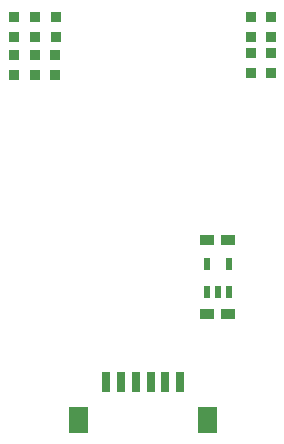
<source format=gtp>
G04 Layer_Color=8421504*
%FSLAX24Y24*%
%MOIN*%
G70*
G01*
G75*
G04:AMPARAMS|DCode=10|XSize=47.2mil|YSize=31.5mil|CornerRadius=1.6mil|HoleSize=0mil|Usage=FLASHONLY|Rotation=180.000|XOffset=0mil|YOffset=0mil|HoleType=Round|Shape=RoundedRectangle|*
%AMROUNDEDRECTD10*
21,1,0.0472,0.0283,0,0,180.0*
21,1,0.0441,0.0315,0,0,180.0*
1,1,0.0032,-0.0220,0.0142*
1,1,0.0032,0.0220,0.0142*
1,1,0.0032,0.0220,-0.0142*
1,1,0.0032,-0.0220,-0.0142*
%
%ADD10ROUNDEDRECTD10*%
%ADD11R,0.0236X0.0433*%
G04:AMPARAMS|DCode=12|XSize=33.5mil|YSize=35.4mil|CornerRadius=1.7mil|HoleSize=0mil|Usage=FLASHONLY|Rotation=90.000|XOffset=0mil|YOffset=0mil|HoleType=Round|Shape=RoundedRectangle|*
%AMROUNDEDRECTD12*
21,1,0.0335,0.0321,0,0,90.0*
21,1,0.0301,0.0354,0,0,90.0*
1,1,0.0033,0.0160,0.0151*
1,1,0.0033,0.0160,-0.0151*
1,1,0.0033,-0.0160,-0.0151*
1,1,0.0033,-0.0160,0.0151*
%
%ADD12ROUNDEDRECTD12*%
%ADD13R,0.0276X0.0709*%
G36*
X3165Y667D02*
X2535D01*
Y1533D01*
X3165D01*
Y667D01*
D02*
G37*
G36*
X7476D02*
X6846D01*
Y1533D01*
X7476D01*
Y667D01*
D02*
G37*
D10*
X7156Y7100D02*
D03*
X7844D02*
D03*
X7156Y4650D02*
D03*
X7844D02*
D03*
D11*
X7126Y5378D02*
D03*
X7500D02*
D03*
X7874D02*
D03*
Y6322D02*
D03*
X7126D02*
D03*
D12*
X700Y12615D02*
D03*
Y13285D02*
D03*
X1394Y12615D02*
D03*
Y13285D02*
D03*
X2089Y12615D02*
D03*
Y13285D02*
D03*
X9266Y12680D02*
D03*
Y13350D02*
D03*
X8600Y12680D02*
D03*
Y13350D02*
D03*
Y13865D02*
D03*
Y14535D02*
D03*
X2100Y13880D02*
D03*
Y14550D02*
D03*
X1406Y13880D02*
D03*
Y14550D02*
D03*
X711Y13880D02*
D03*
Y14550D02*
D03*
X9266Y13880D02*
D03*
Y14550D02*
D03*
D13*
X6248Y2395D02*
D03*
X5756D02*
D03*
X5264D02*
D03*
X4772D02*
D03*
X4280D02*
D03*
X3787D02*
D03*
M02*

</source>
